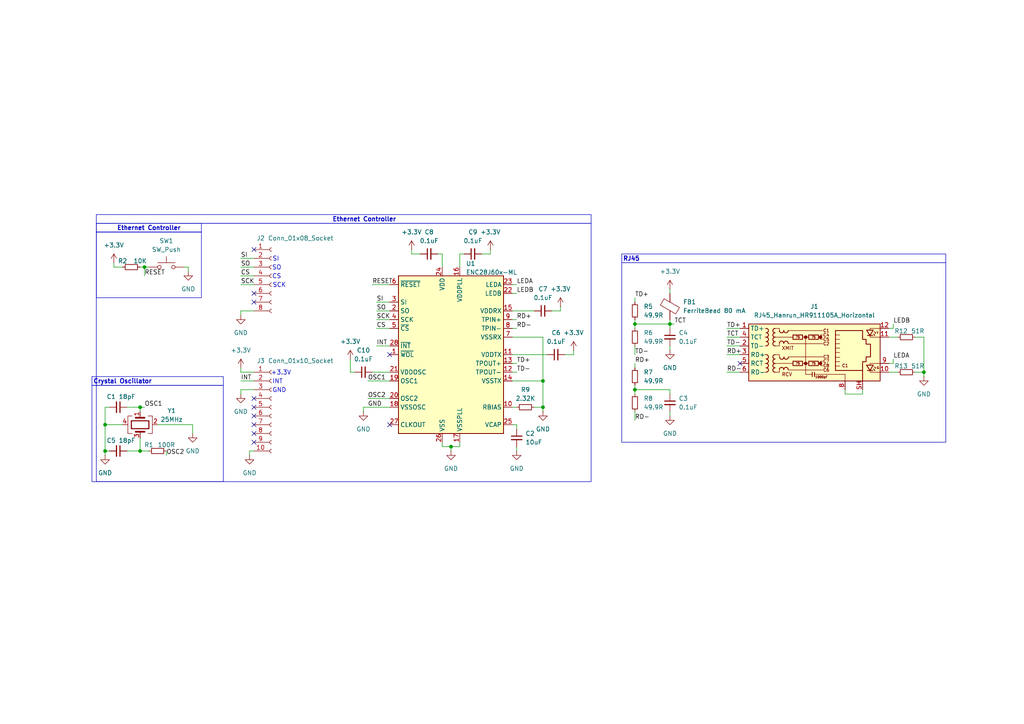
<source format=kicad_sch>
(kicad_sch (version 20231120) (generator "eeschema") (generator_version "8.0")
  (paper "A4")
  (title_block (title "FLIPPER ADDON ETHERNET V1.0") (date "2024-10-10") (company "Electronic Cats") (comment 1 "First Flipper Addon Ethernet prototyp3"))
  (lib_symbols
    (symbol "Connector:Conn_01x08_Socket" (pin_names (offset 1.016) hide)
      (property "Reference" "J" (at 0 10.16 0))
      (property "Value" "Conn_01x08_Socket" (at 0 -12.7 0))
      (symbol "Conn_01x08_Socket_1_1"
        (arc (start 0 -9.652) (mid -0.5058 -10.16) (end 0 -10.668) (stroke (width 0.1524)))
        (arc (start 0 -7.112) (mid -0.5058 -7.62) (end 0 -8.128) (stroke (width 0.1524)))
        (arc (start 0 -4.572) (mid -0.5058 -5.08) (end 0 -5.588) (stroke (width 0.1524)))
        (arc (start 0 -2.032) (mid -0.5058 -2.54) (end 0 -3.048) (stroke (width 0.1524)))
        (polyline (pts (xy -1.27 -10.16) (xy -0.508 -10.16)) (stroke (width 0.1524)))
        (polyline (pts (xy -1.27 -7.62) (xy -0.508 -7.62)) (stroke (width 0.1524)))
        (polyline (pts (xy -1.27 -5.08) (xy -0.508 -5.08)) (stroke (width 0.1524)))
        (polyline (pts (xy -1.27 -2.54) (xy -0.508 -2.54)) (stroke (width 0.1524)))
        (polyline (pts (xy -1.27 0) (xy -0.508 0)) (stroke (width 0.1524)))
        (polyline (pts (xy -1.27 2.54) (xy -0.508 2.54)) (stroke (width 0.1524)))
        (polyline (pts (xy -1.27 5.08) (xy -0.508 5.08)) (stroke (width 0.1524)))
        (polyline (pts (xy -1.27 7.62) (xy -0.508 7.62)) (stroke (width 0.1524)))
        (arc (start 0 0.508) (mid -0.5058 0) (end 0 -0.508) (stroke (width 0.1524)))
        (arc (start 0 3.048) (mid -0.5058 2.54) (end 0 2.032) (stroke (width 0.1524)))
        (arc (start 0 5.588) (mid -0.5058 5.08) (end 0 4.572) (stroke (width 0.1524)))
        (arc (start 0 8.128) (mid -0.5058 7.62) (end 0 7.112) (stroke (width 0.1524)))
        (pin passive line (at -5.08 7.62 0) (length 3.81) (name "Pin_1") (number "1"))
        (pin passive line (at -5.08 5.08 0) (length 3.81) (name "Pin_2") (number "2"))
        (pin passive line (at -5.08 2.54 0) (length 3.81) (name "Pin_3") (number "3"))
        (pin passive line (at -5.08 0 0) (length 3.81) (name "Pin_4") (number "4"))
        (pin passive line (at -5.08 -2.54 0) (length 3.81) (name "Pin_5") (number "5"))
        (pin passive line (at -5.08 -5.08 0) (length 3.81) (name "Pin_6") (number "6"))
        (pin passive line (at -5.08 -7.62 0) (length 3.81) (name "Pin_7") (number "7"))
        (pin passive line (at -5.08 -10.16 0) (length 3.81) (name "Pin_8") (number "8"))
      )
    )
    (symbol "Connector:Conn_01x10_Socket" (pin_names (offset 1.016) hide)
      (property "Reference" "J" (at 0 12.7 0))
      (property "Value" "Conn_01x10_Socket" (at 0 -15.24 0))
      (symbol "Conn_01x10_Socket_1_1"
        (arc (start 0 -12.192) (mid -0.5058 -12.7) (end 0 -13.208) (stroke (width 0.1524)))
        (arc (start 0 -9.652) (mid -0.5058 -10.16) (end 0 -10.668) (stroke (width 0.1524)))
        (arc (start 0 -7.112) (mid -0.5058 -7.62) (end 0 -8.128) (stroke (width 0.1524)))
        (arc (start 0 -4.572) (mid -0.5058 -5.08) (end 0 -5.588) (stroke (width 0.1524)))
        (arc (start 0 -2.032) (mid -0.5058 -2.54) (end 0 -3.048) (stroke (width 0.1524)))
        (polyline (pts (xy -1.27 -12.7) (xy -0.508 -12.7)) (stroke (width 0.1524)))
        (polyline (pts (xy -1.27 -10.16) (xy -0.508 -10.16)) (stroke (width 0.1524)))
        (polyline (pts (xy -1.27 -7.62) (xy -0.508 -7.62)) (stroke (width 0.1524)))
        (polyline (pts (xy -1.27 -5.08) (xy -0.508 -5.08)) (stroke (width 0.1524)))
        (polyline (pts (xy -1.27 -2.54) (xy -0.508 -2.54)) (stroke (width 0.1524)))
        (polyline (pts (xy -1.27 0) (xy -0.508 0)) (stroke (width 0.1524)))
        (polyline (pts (xy -1.27 2.54) (xy -0.508 2.54)) (stroke (width 0.1524)))
        (polyline (pts (xy -1.27 5.08) (xy -0.508 5.08)) (stroke (width 0.1524)))
        (polyline (pts (xy -1.27 7.62) (xy -0.508 7.62)) (stroke (width 0.1524)))
        (polyline (pts (xy -1.27 10.16) (xy -0.508 10.16)) (stroke (width 0.1524)))
        (arc (start 0 0.508) (mid -0.5058 0) (end 0 -0.508) (stroke (width 0.1524)))
        (arc (start 0 3.048) (mid -0.5058 2.54) (end 0 2.032) (stroke (width 0.1524)))
        (arc (start 0 5.588) (mid -0.5058 5.08) (end 0 4.572) (stroke (width 0.1524)))
        (arc (start 0 8.128) (mid -0.5058 7.62) (end 0 7.112) (stroke (width 0.1524)))
        (arc (start 0 10.668) (mid -0.5058 10.16) (end 0 9.652) (stroke (width 0.1524)))
        (pin passive line (at -5.08 10.16 0) (length 3.81) (name "Pin_1") (number "1"))
        (pin passive line (at -5.08 -12.7 0) (length 3.81) (name "Pin_10") (number "10"))
        (pin passive line (at -5.08 7.62 0) (length 3.81) (name "Pin_2") (number "2"))
        (pin passive line (at -5.08 5.08 0) (length 3.81) (name "Pin_3") (number "3"))
        (pin passive line (at -5.08 2.54 0) (length 3.81) (name "Pin_4") (number "4"))
        (pin passive line (at -5.08 0 0) (length 3.81) (name "Pin_5") (number "5"))
        (pin passive line (at -5.08 -2.54 0) (length 3.81) (name "Pin_6") (number "6"))
        (pin passive line (at -5.08 -5.08 0) (length 3.81) (name "Pin_7") (number "7"))
        (pin passive line (at -5.08 -7.62 0) (length 3.81) (name "Pin_8") (number "8"))
        (pin passive line (at -5.08 -10.16 0) (length 3.81) (name "Pin_9") (number "9"))
      )
    )
    (symbol "Connector:RJ45_Hanrun_HR911105A_Horizontal"
      (property "Reference" "J" (at 18.415 10.16 0))
      (property "Value" "RJ45_Hanrun_HR911105A_Horizontal" (at -19.05 10.16 0))
      (symbol "RJ45_Hanrun_HR911105A_Horizontal_0_0"
        (circle (center -1.27 -2.54) (radius 0.0001) (stroke (width 0.508)))
        (circle (center -1.27 5.08) (radius 0.0001) (stroke (width 0.508)))
        (polyline (pts (xy -1.27 5.08) (xy -1.27 -5.715)))
        (polyline (pts (xy 0.635 -5.08) (xy 0.635 -6.35)) (stroke (width 0.254)))
        (polyline (pts (xy 1.27 -5.08) (xy 1.27 -6.35)) (stroke (width 0.254)))
        (polyline (pts (xy 3.048 -2.54) (xy 2.54 -2.54)))
        (polyline (pts (xy 3.048 5.08) (xy 2.54 5.08)))
        (polyline (pts (xy 17.399 -3.048) (xy 17.399 -2.54) (xy 20.32 -2.54)))
        (polyline (pts (xy 17.399 7.112) (xy 17.399 7.62) (xy 20.32 7.62)))
        (polyline (pts (xy 20.32 -5.08) (xy 17.399 -5.08) (xy 17.399 -4.572)))
        (polyline (pts (xy 20.32 5.08) (xy 17.399 5.08) (xy 17.399 5.588)))
        (polyline (pts (xy 3.683 -1.905) (xy 3.048 -1.905) (xy 3.048 -3.175) (xy 3.683 -3.175)))
        (polyline (pts (xy 3.683 5.715) (xy 3.048 5.715) (xy 3.048 4.445) (xy 3.683 4.445)))
        (circle (center 3.048 -2.54) (radius 0.0001) (stroke (width 0.508)))
        (circle (center 3.048 5.08) (radius 0.0001) (stroke (width 0.508)))
        (text "C1" (at 4.699 6.985 0) (effects (font (size 0.889 0.889))))
        (text "C1" (at 10.16 -3.175 0) (effects (font (size 0.889 0.889))))
        (text "C2" (at 4.699 3.175 0) (effects (font (size 0.889 0.889))))
        (text "C3" (at 4.699 -0.635 0) (effects (font (size 0.889 0.889))))
        (text "C4" (at 4.699 5.715 0) (effects (font (size 0.889 0.889))))
        (text "C5" (at 4.699 4.445 0) (effects (font (size 0.889 0.889))))
        (text "C6" (at 4.699 -4.445 0) (effects (font (size 0.889 0.889))))
        (text "C7" (at 4.699 -1.905 0) (effects (font (size 0.889 0.889))))
        (text "C8" (at 4.699 -3.175 0) (effects (font (size 0.889 0.889))))
        (text "RCV" (at -8.255 -5.715 0) (effects (font (size 1.016 1.016)) (justify left)))
        (text "XMIT" (at -8.255 1.905 0) (effects (font (size 1.016 1.016)) (justify left)))
      )
      (symbol "RJ45_Hanrun_HR911105A_Horizontal_0_1"
        (rectangle (start -17.78 8.89) (end 20.32 -7.62) (stroke (width 0.254)) (fill (type background)))
        (polyline (pts (xy -12.7 -5.08) (xy -13.081 -5.08)))
        (polyline (pts (xy -12.7 -2.54) (xy -13.081 -2.54)))
        (polyline (pts (xy -12.7 0) (xy -13.081 0)))
        (polyline (pts (xy -12.7 2.54) (xy -13.081 2.54)))
        (polyline (pts (xy -12.7 5.08) (xy -13.081 5.08)))
        (polyline (pts (xy -12.7 7.62) (xy -13.081 7.62)))
        (polyline (pts (xy -6.35 -4.445) (xy 3.683 -4.445)))
        (polyline (pts (xy -6.35 3.175) (xy 3.683 3.175)))
        (polyline (pts (xy -6.35 6.985) (xy 3.683 6.985)))
        (polyline (pts (xy -6.223 -0.635) (xy 3.683 -0.635)))
        (polyline (pts (xy -5.08 -2.54) (xy -10.16 -2.54)))
        (polyline (pts (xy -4.953 5.08) (xy -10.16 5.08)))
        (polyline (pts (xy -2.159 -2.54) (xy -0.381 -2.54)))
        (polyline (pts (xy -2.159 5.08) (xy -0.381 5.08)))
        (polyline (pts (xy 0.635 -5.715) (xy -1.27 -5.715)))
        (polyline (pts (xy 7.366 -2.032) (xy 8.636 -2.032)))
        (polyline (pts (xy 7.366 -0.762) (xy 8.636 -0.762)))
        (polyline (pts (xy 7.366 0.635) (xy 8.636 0.635)))
        (polyline (pts (xy 7.366 1.905) (xy 8.636 1.905)))
        (polyline (pts (xy 7.366 3.175) (xy 8.636 3.175)))
        (polyline (pts (xy 8.636 -3.302) (xy 7.366 -3.302)))
        (polyline (pts (xy 8.636 4.445) (xy 7.366 4.445)))
        (polyline (pts (xy 8.636 5.715) (xy 7.366 5.715)))
        (polyline (pts (xy 10.16 -5.715) (xy 1.27 -5.715)))
        (polyline (pts (xy 10.16 -5.715) (xy 10.16 -7.62)))
        (polyline (pts (xy -10.16 0) (xy -8.89 0) (xy -8.89 -0.635)))
        (polyline (pts (xy -10.16 7.62) (xy -8.89 7.62) (xy -8.89 6.985)))
        (polyline (pts (xy -8.89 -4.445) (xy -8.89 -5.08) (xy -10.16 -5.08)))
        (polyline (pts (xy -8.89 3.175) (xy -8.89 2.54) (xy -10.16 2.54)))
      )
      (symbol "RJ45_Hanrun_HR911105A_Horizontal_1_0"
        (text "1000pF" (at 3.302 -6.477 0) (effects (font (size 0.635 0.635))))
      )
      (symbol "RJ45_Hanrun_HR911105A_Horizontal_1_1"
        (arc (start -12.7 -1.27) (mid -12.0677 -0.635) (end -12.7 0) (stroke (width 0.254)))
        (arc (start -12.6973 -5.08) (mid -12.065 -4.445) (end -12.6973 -3.81) (stroke (width 0.254)))
        (arc (start -12.6973 -3.81) (mid -12.065 -3.175) (end -12.6973 -2.54) (stroke (width 0.254)))
        (arc (start -12.6973 -2.54) (mid -12.065 -1.905) (end -12.6973 -1.27) (stroke (width 0.254)))
        (arc (start -12.6973 6.35) (mid -12.065 6.985) (end -12.6973 7.62) (stroke (width 0.254)))
        (arc (start -12.6946 2.54) (mid -12.0623 3.175) (end -12.6946 3.81) (stroke (width 0.254)))
        (arc (start -12.6946 3.81) (mid -12.0623 4.445) (end -12.6946 5.08) (stroke (width 0.254)))
        (arc (start -12.6946 5.08) (mid -12.0623 5.715) (end -12.6946 6.35) (stroke (width 0.254)))
        (arc (start -10.1654 -2.54) (mid -10.7977 -3.175) (end -10.1654 -3.81) (stroke (width 0.254)))
        (arc (start -10.1654 -1.27) (mid -10.7977 -1.905) (end -10.1654 -2.54) (stroke (width 0.254)))
        (arc (start -10.1654 0) (mid -10.7977 -0.635) (end -10.1654 -1.27) (stroke (width 0.254)))
        (arc (start -10.1654 5.08) (mid -10.7977 4.445) (end -10.1654 3.81) (stroke (width 0.254)))
        (arc (start -10.1654 6.35) (mid -10.7977 5.715) (end -10.1654 5.08) (stroke (width 0.254)))
        (arc (start -10.1654 7.62) (mid -10.7977 6.985) (end -10.1654 6.35) (stroke (width 0.254)))
        (arc (start -10.1627 -3.81) (mid -10.795 -4.445) (end -10.1627 -5.08) (stroke (width 0.254)))
        (arc (start -10.1627 3.81) (mid -10.795 3.175) (end -10.1627 2.54) (stroke (width 0.254)))
        (arc (start -8.89 6.9823) (mid -8.255 6.35) (end -7.62 6.9823) (stroke (width 0.254)))
        (arc (start -8.8265 -0.7012) (mid -8.1915 -1.3335) (end -7.5565 -0.7012) (stroke (width 0.254)))
        (arc (start -7.62 -4.3153) (mid -8.255 -3.683) (end -8.89 -4.3153) (stroke (width 0.254)))
        (arc (start -7.62 3.3047) (mid -8.255 3.937) (end -8.89 3.3047) (stroke (width 0.254)))
        (arc (start -7.62 6.985) (mid -6.985 6.3527) (end -6.35 6.985) (stroke (width 0.254)))
        (arc (start -7.5565 -0.6985) (mid -6.9215 -1.3308) (end -6.2865 -0.6985) (stroke (width 0.254)))
        (arc (start -6.35 -4.3126) (mid -6.985 -3.6803) (end -7.62 -4.3126) (stroke (width 0.254)))
        (arc (start -6.35 3.3074) (mid -6.985 3.9397) (end -7.62 3.3074) (stroke (width 0.254)))
        (rectangle (start -4.953 -1.905) (end -2.159 -3.175) (stroke (width 0.254)))
        (rectangle (start -4.953 5.715) (end -2.159 4.445) (stroke (width 0.254)))
        (rectangle (start -0.381 -1.905) (end 2.413 -3.175) (stroke (width 0.254)))
        (rectangle (start -0.381 5.715) (end 2.413 4.445) (stroke (width 0.254)))
        (polyline (pts (xy 15.24 -7.62) (xy 15.24 -4.572)) (stroke (width 0.254)))
        (polyline (pts (xy 18.161 -4.572) (xy 16.637 -4.572)) (stroke (width 0.254)))
        (polyline (pts (xy 18.161 5.588) (xy 16.637 5.588)) (stroke (width 0.254)))
        (polyline (pts (xy 18.796 -4.572) (xy 18.796 -4.318)))
        (polyline (pts (xy 18.796 5.588) (xy 18.796 5.842)))
        (polyline (pts (xy 19.05 -3.937) (xy 19.05 -3.683)))
        (polyline (pts (xy 19.05 6.223) (xy 19.05 6.477)))
        (polyline (pts (xy 18.288 -4.064) (xy 18.796 -4.572) (xy 18.542 -4.572)))
        (polyline (pts (xy 18.288 6.096) (xy 18.796 5.588) (xy 18.542 5.588)))
        (polyline (pts (xy 18.542 -3.429) (xy 19.05 -3.937) (xy 18.796 -3.937)))
        (polyline (pts (xy 18.542 6.731) (xy 19.05 6.223) (xy 18.796 6.223)))
        (polyline (pts (xy 18.288 -3.048) (xy 16.383 -3.048) (xy 17.399 -4.572) (xy 18.288 -3.048)) (stroke (width 0.254)))
        (polyline (pts (xy 18.288 7.112) (xy 16.383 7.112) (xy 17.399 5.588) (xy 18.288 7.112)) (stroke (width 0.254)))
        (polyline (pts (xy 7.366 -4.572) (xy 7.366 6.985) (xy 15.24 6.985) (xy 15.24 4.445) (xy 16.256 4.445) (xy 16.256 3.048) (xy 17.526 3.048) (xy 17.526 -0.635) (xy 16.256 -0.635) (xy 16.256 -2.032) (xy 15.24 -2.032) (xy 15.24 -4.572) (xy 7.366 -4.572)) (stroke (width 0.254)))
        (text "75" (at -3.556 -2.54 0) (effects (font (size 0.635 0.635))))
        (text "75" (at -3.556 5.08 0) (effects (font (size 0.635 0.635))))
        (text "75" (at 1.016 -2.54 0) (effects (font (size 0.635 0.635))))
        (text "75" (at 1.016 5.08 0) (effects (font (size 0.635 0.635))))
        (text "G" (at 19.685 -3.81 0) (effects (font (size 0.635 0.635))))
        (text "Y" (at 19.558 6.35 0) (effects (font (size 0.635 0.635))))
        (pin passive line (at -20.32 7.62 0) (length 2.54) (name "TD+") (number "1"))
        (pin passive line (at 22.86 -5.08 180) (length 2.54) (name "") (number "10"))
        (pin passive line (at 22.86 5.08 180) (length 2.54) (name "") (number "11"))
        (pin passive line (at 22.86 7.62 180) (length 2.54) (name "") (number "12"))
        (pin passive line (at -20.32 2.54 0) (length 2.54) (name "TD-") (number "2"))
        (pin passive line (at -20.32 0 0) (length 2.54) (name "RD+") (number "3"))
        (pin passive line (at -20.32 5.08 0) (length 2.54) (name "TCT") (number "4"))
        (pin passive line (at -20.32 -2.54 0) (length 2.54) (name "RCT") (number "5"))
        (pin passive line (at -20.32 -5.08 0) (length 2.54) (name "RD-") (number "6"))
        (pin no_connect line (at 20.32 0 0) (length 0) hide (name "NC") (number "7"))
        (pin power_in line (at 10.16 -10.16 90) (length 2.54) (name "") (number "8"))
        (pin passive line (at 22.86 -2.54 180) (length 2.54) (name "") (number "9"))
        (pin passive line (at 15.24 -10.16 90) (length 2.54) (name "") (number "SH"))
      )
    )
    (symbol "Device:C_Small" (pin_numbers hide) (pin_names (offset 0.254) hide)
      (property "Reference" "C" (at 0.254 1.778 0))
      (property "Value" "C_Small" (at 0.254 -2.032 0))
      (symbol "C_Small_0_1"
        (polyline (pts (xy -1.524 -0.508) (xy 1.524 -0.508)) (stroke (width 0.3302)))
        (polyline (pts (xy -1.524 0.508) (xy 1.524 0.508)) (stroke (width 0.3048)))
      )
      (symbol "C_Small_1_1"
        (pin passive line (at 0 2.54 270) (length 2.032) (name "~") (number "1"))
        (pin passive line (at 0 -2.54 90) (length 2.032) (name "~") (number "2"))
      )
    )
    (symbol "Device:Crystal_GND24" (pin_names (offset 1.016) hide)
      (property "Reference" "Y" (at 3.175 5.08 0))
      (property "Value" "Crystal_GND24" (at 3.175 3.175 0))
      (symbol "Crystal_GND24_0_1"
        (rectangle (start -1.143 2.54) (end 1.143 -2.54) (stroke (width 0.3048)))
        (polyline (pts (xy -2.54 0) (xy -2.032 0)))
        (polyline (pts (xy -2.032 -1.27) (xy -2.032 1.27)) (stroke (width 0.508)))
        (polyline (pts (xy 0 -3.81) (xy 0 -3.556)))
        (polyline (pts (xy 0 3.556) (xy 0 3.81)))
        (polyline (pts (xy 2.032 -1.27) (xy 2.032 1.27)) (stroke (width 0.508)))
        (polyline (pts (xy 2.032 0) (xy 2.54 0)))
        (polyline (pts (xy -2.54 -2.286) (xy -2.54 -3.556) (xy 2.54 -3.556) (xy 2.54 -2.286)))
        (polyline (pts (xy -2.54 2.286) (xy -2.54 3.556) (xy 2.54 3.556) (xy 2.54 2.286)))
      )
      (symbol "Crystal_GND24_1_1"
        (pin passive line (at -3.81 0 0) (length 1.27) (name "1") (number "1"))
        (pin passive line (at 0 5.08 270) (length 1.27) (name "2") (number "2"))
        (pin passive line (at 3.81 0 180) (length 1.27) (name "3") (number "3"))
        (pin passive line (at 0 -5.08 90) (length 1.27) (name "4") (number "4"))
      )
    )
    (symbol "Device:FerriteBead" (pin_numbers hide) (pin_names (offset 0))
      (property "Reference" "FB" (at -3.81 0.635 90))
      (property "Value" "FerriteBead" (at 3.81 0 90))
      (symbol "FerriteBead_0_1"
        (polyline (pts (xy 0 -1.27) (xy 0 -1.2192)))
        (polyline (pts (xy 0 1.27) (xy 0 1.2954)))
        (polyline (pts (xy -2.7686 0.4064) (xy -1.7018 2.2606) (xy 2.7686 -0.3048) (xy 1.6764 -2.159) (xy -2.7686 0.4064)))
      )
      (symbol "FerriteBead_1_1"
        (pin passive line (at 0 3.81 270) (length 2.54) (name "~") (number "1"))
        (pin passive line (at 0 -3.81 90) (length 2.54) (name "~") (number "2"))
      )
    )
    (symbol "Device:R_Small" (pin_numbers hide) (pin_names (offset 0.254) hide)
      (property "Reference" "R" (at 0.762 0.508 0))
      (property "Value" "R_Small" (at 0.762 -1.016 0))
      (symbol "R_Small_0_1"
        (rectangle (start -0.762 1.778) (end 0.762 -1.778) (stroke (width 0.2032)))
      )
      (symbol "R_Small_1_1"
        (pin passive line (at 0 2.54 270) (length 0.762) (name "~") (number "1"))
        (pin passive line (at 0 -2.54 90) (length 0.762) (name "~") (number "2"))
      )
    )
    (symbol "Interface_Ethernet:ENC28J60x-ML"
      (property "Reference" "U" (at -13.97 24.13 0))
      (property "Value" "ENC28J60x-ML" (at 5.08 24.13 0))
      (symbol "ENC28J60x-ML_0_1"
        (rectangle (start -15.24 22.86) (end 15.24 -22.86) (stroke (width 0.254)) (fill (type background)))
      )
      (symbol "ENC28J60x-ML_1_1"
        (pin output line (at -17.78 0 0) (length 2.54) (name "~{WOL}") (number "1"))
        (pin input line (at 17.78 -15.24 180) (length 2.54) (name "RBIAS") (number "10"))
        (pin power_in line (at 17.78 0 180) (length 2.54) (name "VDDTX") (number "11"))
        (pin output line (at 17.78 -5.08 180) (length 2.54) (name "TPOUT-") (number "12"))
        (pin output line (at 17.78 -2.54 180) (length 2.54) (name "TPOUT+") (number "13"))
        (pin power_out line (at 17.78 -7.62 180) (length 2.54) (name "VSSTX") (number "14"))
        (pin power_in line (at 17.78 12.7 180) (length 2.54) (name "VDDRX") (number "15"))
        (pin power_in line (at 2.54 25.4 270) (length 2.54) (name "VDDPLL") (number "16"))
        (pin power_in line (at 2.54 -25.4 90) (length 2.54) (name "VSSPLL") (number "17"))
        (pin power_in line (at -17.78 -15.24 0) (length 2.54) (name "VSSOSC") (number "18"))
        (pin input line (at -17.78 -7.62 0) (length 2.54) (name "OSC1") (number "19"))
        (pin output line (at -17.78 12.7 0) (length 2.54) (name "SO") (number "2"))
        (pin output line (at -17.78 -12.7 0) (length 2.54) (name "OSC2") (number "20"))
        (pin power_in line (at -17.78 -5.08 0) (length 2.54) (name "VDDOSC") (number "21"))
        (pin output line (at 17.78 17.78 180) (length 2.54) (name "LEDB") (number "22"))
        (pin output line (at 17.78 20.32 180) (length 2.54) (name "LEDA") (number "23"))
        (pin power_in line (at -2.54 25.4 270) (length 2.54) (name "VDD") (number "24"))
        (pin input line (at 17.78 -20.32 180) (length 2.54) (name "VCAP") (number "25"))
        (pin power_in line (at -2.54 -25.4 90) (length 2.54) (name "VSS") (number "26"))
        (pin output line (at -17.78 -20.32 0) (length 2.54) (name "CLKOUT") (number "27"))
        (pin output line (at -17.78 2.54 0) (length 2.54) (name "~{INT}") (number "28"))
        (pin input line (at -17.78 15.24 0) (length 2.54) (name "SI") (number "3"))
        (pin input line (at -17.78 10.16 0) (length 2.54) (name "SCK") (number "4"))
        (pin input line (at -17.78 7.62 0) (length 2.54) (name "~{CS}") (number "5"))
        (pin input line (at -17.78 20.32 0) (length 2.54) (name "~{RESET}") (number "6"))
        (pin power_out line (at 17.78 5.08 180) (length 2.54) (name "VSSRX") (number "7"))
        (pin input line (at 17.78 7.62 180) (length 2.54) (name "TPIN-") (number "8"))
        (pin input line (at 17.78 10.16 180) (length 2.54) (name "TPIN+") (number "9"))
      )
    )
    (symbol "Switch:SW_Push" (pin_numbers hide) (pin_names (offset 1.016) hide)
      (property "Reference" "SW" (at 1.27 2.54 0))
      (property "Value" "SW_Push" (at 0 -1.524 0))
      (symbol "SW_Push_0_1"
        (circle (center -2.032 0) (radius 0.508))
        (polyline (pts (xy 0 1.27) (xy 0 3.048)))
        (polyline (pts (xy 2.54 1.27) (xy -2.54 1.27)))
        (circle (center 2.032 0) (radius 0.508))
        (pin passive line (at -5.08 0 0) (length 2.54) (name "1") (number "1"))
        (pin passive line (at 5.08 0 180) (length 2.54) (name "2") (number "2"))
      )
    )
    (symbol "power:+3.3V" (power) (pin_numbers hide) (pin_names (offset 0) hide)
      (property "Value" "+3.3V" (at 0 3.556 0))
      (symbol "+3.3V_0_1"
        (polyline (pts (xy -0.762 1.27) (xy 0 2.54)))
        (polyline (pts (xy 0 0) (xy 0 2.54)))
        (polyline (pts (xy 0 2.54) (xy 0.762 1.27)))
      )
      (symbol "+3.3V_1_1"
        (pin power_in line (at 0 0 90) (length 0) (name "~") (number "1"))
      )
    )
    (symbol "power:GND" (power) (pin_numbers hide) (pin_names (offset 0) hide)
      (property "Value" "GND" (at 0 -3.81 0))
      (symbol "GND_0_1"
        (polyline (pts (xy 0 0) (xy 0 -1.27) (xy 1.27 -1.27) (xy 0 -2.54) (xy -1.27 -1.27) (xy 0 -1.27)))
      )
      (symbol "GND_1_1"
        (pin power_in line (at 0 0 270) (length 0) (name "~") (number "1"))
      )
    )
  )
  (junction (at 130.81 129.54))
  (junction (at 184.15 113.03))
  (junction (at 41.91 77.47))
  (junction (at 267.97 107.95))
  (junction (at 40.64 118.11))
  (junction (at 157.48 118.11))
  (junction (at 30.48 130.81))
  (junction (at 184.15 93.98))
  (junction (at 194.31 93.98))
  (junction (at 40.64 130.81))
  (junction (at 30.48 123.19))
  (junction (at 157.48 110.49))
  (no_connect (at 73.66 125.73))
  (no_connect (at 73.66 87.63))
  (no_connect (at 113.03 102.87))
  (no_connect (at 113.03 123.19))
  (no_connect (at 214.63 105.41))
  (no_connect (at 73.66 123.19))
  (no_connect (at 73.66 115.57))
  (no_connect (at 73.66 85.09))
  (no_connect (at 73.66 120.65))
  (no_connect (at 73.66 118.11))
  (no_connect (at 73.66 72.39))
  (no_connect (at 73.66 128.27))
  (wire (pts (xy 69.85 107.95) (xy 73.66 107.95)))
  (wire (pts (xy 148.59 97.79) (xy 157.48 97.79)))
  (wire (pts (xy 107.95 82.55) (xy 113.03 82.55)))
  (wire (pts (xy 210.82 100.33) (xy 214.63 100.33)))
  (wire (pts (xy 194.31 92.71) (xy 194.31 93.98)))
  (wire (pts (xy 194.31 114.3) (xy 194.31 113.03)))
  (wire (pts (xy 127 73.66) (xy 128.27 73.66)))
  (wire (pts (xy 163.83 102.87) (xy 166.37 102.87)))
  (wire (pts (xy 54.61 77.47) (xy 54.61 78.74)))
  (wire (pts (xy 41.91 77.47) (xy 43.18 77.47)))
  (wire (pts (xy 257.81 107.95) (xy 260.35 107.95)))
  (wire (pts (xy 33.02 77.47) (xy 33.02 76.2)))
  (wire (pts (xy 43.18 130.81) (xy 40.64 130.81)))
  (wire (pts (xy 184.15 92.71) (xy 184.15 93.98)))
  (wire (pts (xy 257.81 97.79) (xy 260.35 97.79)))
  (wire (pts (xy 69.85 113.03) (xy 69.85 114.3)))
  (wire (pts (xy 69.85 80.01) (xy 73.66 80.01)))
  (wire (pts (xy 184.15 119.38) (xy 184.15 121.92)))
  (wire (pts (xy 69.85 77.47) (xy 73.66 77.47)))
  (wire (pts (xy 142.24 72.39) (xy 142.24 73.66)))
  (wire (pts (xy 184.15 87.63) (xy 184.15 86.36)))
  (wire (pts (xy 148.59 90.17) (xy 154.94 90.17)))
  (wire (pts (xy 128.27 73.66) (xy 128.27 77.47)))
  (wire (pts (xy 133.35 73.66) (xy 133.35 77.47)))
  (wire (pts (xy 73.66 130.81) (xy 72.39 130.81)))
  (wire (pts (xy 101.6 104.14) (xy 101.6 107.95)))
  (wire (pts (xy 194.31 119.38) (xy 194.31 120.65)))
  (wire (pts (xy 194.31 95.25) (xy 194.31 93.98)))
  (wire (pts (xy 157.48 110.49) (xy 157.48 118.11)))
  (wire (pts (xy 154.94 118.11) (xy 157.48 118.11)))
  (wire (pts (xy 31.75 130.81) (xy 30.48 130.81)))
  (wire (pts (xy 69.85 74.93) (xy 73.66 74.93)))
  (wire (pts (xy 194.31 100.33) (xy 194.31 101.6)))
  (wire (pts (xy 245.11 114.3) (xy 250.19 114.3)))
  (wire (pts (xy 30.48 118.11) (xy 30.48 123.19)))
  (wire (pts (xy 148.59 85.09) (xy 149.86 85.09)))
  (wire (pts (xy 133.35 129.54) (xy 130.81 129.54)))
  (wire (pts (xy 40.64 118.11) (xy 41.91 118.11)))
  (wire (pts (xy 48.26 130.81) (xy 48.26 132.08)))
  (wire (pts (xy 40.64 118.11) (xy 36.83 118.11)))
  (wire (pts (xy 148.59 92.71) (xy 149.86 92.71)))
  (wire (pts (xy 105.41 118.11) (xy 113.03 118.11)))
  (wire (pts (xy 107.95 107.95) (xy 113.03 107.95)))
  (wire (pts (xy 106.68 110.49) (xy 113.03 110.49)))
  (wire (pts (xy 250.19 114.3) (xy 250.19 113.03)))
  (wire (pts (xy 53.34 77.47) (xy 54.61 77.47)))
  (wire (pts (xy 259.08 104.14) (xy 259.08 105.41)))
  (wire (pts (xy 194.31 93.98) (xy 195.58 93.98)))
  (wire (pts (xy 162.56 90.17) (xy 162.56 88.9)))
  (wire (pts (xy 184.15 93.98) (xy 194.31 93.98)))
  (wire (pts (xy 245.11 113.03) (xy 245.11 114.3)))
  (wire (pts (xy 149.86 123.19) (xy 149.86 124.46)))
  (wire (pts (xy 184.15 113.03) (xy 184.15 114.3)))
  (wire (pts (xy 119.38 72.39) (xy 119.38 73.66)))
  (wire (pts (xy 265.43 97.79) (xy 267.97 97.79)))
  (wire (pts (xy 109.22 92.71) (xy 113.03 92.71)))
  (wire (pts (xy 69.85 90.17) (xy 73.66 90.17)))
  (wire (pts (xy 148.59 102.87) (xy 158.75 102.87)))
  (wire (pts (xy 148.59 105.41) (xy 149.86 105.41)))
  (wire (pts (xy 119.38 73.66) (xy 121.92 73.66)))
  (wire (pts (xy 210.82 107.95) (xy 214.63 107.95)))
  (wire (pts (xy 41.91 80.01) (xy 41.91 77.47)))
  (wire (pts (xy 109.22 87.63) (xy 113.03 87.63)))
  (wire (pts (xy 148.59 118.11) (xy 149.86 118.11)))
  (wire (pts (xy 142.24 73.66) (xy 139.7 73.66)))
  (wire (pts (xy 210.82 102.87) (xy 214.63 102.87)))
  (wire (pts (xy 148.59 95.25) (xy 149.86 95.25)))
  (wire (pts (xy 40.64 119.38) (xy 40.64 118.11)))
  (wire (pts (xy 160.02 90.17) (xy 162.56 90.17)))
  (wire (pts (xy 73.66 113.03) (xy 69.85 113.03)))
  (wire (pts (xy 259.08 93.98) (xy 259.08 95.25)))
  (wire (pts (xy 109.22 95.25) (xy 113.03 95.25)))
  (wire (pts (xy 109.22 100.33) (xy 113.03 100.33)))
  (wire (pts (xy 130.81 129.54) (xy 130.81 130.81)))
  (wire (pts (xy 166.37 102.87) (xy 166.37 101.6)))
  (wire (pts (xy 184.15 106.68) (xy 184.15 105.41)))
  (wire (pts (xy 35.56 77.47) (xy 33.02 77.47)))
  (wire (pts (xy 40.64 77.47) (xy 41.91 77.47)))
  (wire (pts (xy 157.48 97.79) (xy 157.48 110.49)))
  (wire (pts (xy 69.85 110.49) (xy 73.66 110.49)))
  (wire (pts (xy 210.82 97.79) (xy 214.63 97.79)))
  (wire (pts (xy 30.48 123.19) (xy 35.56 123.19)))
  (wire (pts (xy 148.59 82.55) (xy 149.86 82.55)))
  (wire (pts (xy 259.08 105.41) (xy 257.81 105.41)))
  (wire (pts (xy 210.82 95.25) (xy 214.63 95.25)))
  (wire (pts (xy 267.97 107.95) (xy 267.97 109.22)))
  (wire (pts (xy 149.86 129.54) (xy 149.86 130.81)))
  (wire (pts (xy 184.15 111.76) (xy 184.15 113.03)))
  (wire (pts (xy 148.59 123.19) (xy 149.86 123.19)))
  (wire (pts (xy 184.15 93.98) (xy 184.15 95.25)))
  (wire (pts (xy 45.72 123.19) (xy 55.88 123.19)))
  (wire (pts (xy 267.97 97.79) (xy 267.97 107.95)))
  (wire (pts (xy 157.48 118.11) (xy 157.48 119.38)))
  (wire (pts (xy 128.27 129.54) (xy 130.81 129.54)))
  (wire (pts (xy 105.41 119.38) (xy 105.41 118.11)))
  (wire (pts (xy 40.64 130.81) (xy 40.64 127)))
  (wire (pts (xy 265.43 107.95) (xy 267.97 107.95)))
  (wire (pts (xy 106.68 115.57) (xy 113.03 115.57)))
  (wire (pts (xy 128.27 128.27) (xy 128.27 129.54)))
  (wire (pts (xy 109.22 90.17) (xy 113.03 90.17)))
  (wire (pts (xy 72.39 130.81) (xy 72.39 132.08)))
  (wire (pts (xy 257.81 95.25) (xy 259.08 95.25)))
  (wire (pts (xy 194.31 113.03) (xy 184.15 113.03)))
  (wire (pts (xy 148.59 107.95) (xy 149.86 107.95)))
  (wire (pts (xy 148.59 110.49) (xy 157.48 110.49)))
  (wire (pts (xy 55.88 123.19) (xy 55.88 125.73)))
  (wire (pts (xy 30.48 123.19) (xy 30.48 130.81)))
  (wire (pts (xy 134.62 73.66) (xy 133.35 73.66)))
  (wire (pts (xy 69.85 106.68) (xy 69.85 107.95)))
  (wire (pts (xy 30.48 130.81) (xy 30.48 132.08)))
  (wire (pts (xy 69.85 91.44) (xy 69.85 90.17)))
  (wire (pts (xy 194.31 83.82) (xy 194.31 85.09)))
  (wire (pts (xy 69.85 82.55) (xy 73.66 82.55)))
  (wire (pts (xy 184.15 100.33) (xy 184.15 102.87)))
  (wire (pts (xy 31.75 118.11) (xy 30.48 118.11)))
  (wire (pts (xy 101.6 107.95) (xy 102.87 107.95)))
  (wire (pts (xy 36.83 130.81) (xy 40.64 130.81)))
  (wire (pts (xy 133.35 128.27) (xy 133.35 129.54)))
  (rectangle (start 27.94 64.77) (end 171.45 139.7))
  (rectangle (start 27.94 67.31) (end 58.42 86.36))
  (rectangle (start 27.94 64.77) (end 58.42 67.31))
  (rectangle (start 26.67 109.22) (end 64.77 111.76))
  (rectangle (start 180.34 76.2) (end 274.32 128.27))
  (rectangle (start 27.94 62.23) (end 171.45 64.77))
  (rectangle (start 180.34 73.66) (end 274.32 76.2))
  (rectangle (start 26.67 111.76) (end 64.77 139.7))
  (text "Ethernet Controller" (at 105.664 63.754 0) (effects (font (size 1.27 1.27) (thickness 0.254) (bold yes))))
  (text "Crystal Oscillator" (at 35.56 110.744 0) (effects (font (size 1.27 1.27) (thickness 0.254) (bold yes))))
  (text "CS" (at 80.264 80.264 0) (effects (font (size 1.27 1.27))))
  (text "RJ45" (at 183.134 75.184 0) (effects (font (size 1.27 1.27) (thickness 0.254) (bold yes))))
  (text "INT" (at 80.518 110.744 0) (effects (font (size 1.27 1.27))))
  (text "SCK" (at 81.026 82.804 0) (effects (font (size 1.27 1.27))))
  (text "SO" (at 80.264 77.724 0) (effects (font (size 1.27 1.27))))
  (text "GND" (at 81.026 113.284 0) (effects (font (size 1.27 1.27))))
  (text "+3.3V" (at 81.534 108.204 0) (effects (font (size 1.27 1.27))))
  (text "Ethernet Controller" (at 43.18 66.294 0) (effects (font (size 1.27 1.27) (thickness 0.254) (bold yes))))
  (text "SI" (at 80.01 75.184 0) (effects (font (size 1.27 1.27))))
  (label "RD-" (at 184.15 121.92 0))
  (label "OSC1" (at 106.68 110.49 0))
  (label "SI" (at 69.85 74.93 0))
  (label "GND" (at 106.68 118.11 0))
  (label "SCK" (at 69.85 82.55 0))
  (label "INT" (at 109.22 100.33 0))
  (label "CS" (at 69.85 80.01 0))
  (label "CS" (at 109.22 95.25 0))
  (label "SO" (at 69.85 77.47 0))
  (label "LEDB" (at 149.86 85.09 0))
  (label "TD+" (at 210.82 95.25 0))
  (label "TD+" (at 184.15 86.36 0))
  (label "RD+" (at 149.86 92.71 0))
  (label "OSC2" (at 106.68 115.57 0))
  (label "TCT" (at 210.82 97.79 0))
  (label "TD+" (at 149.86 105.41 0))
  (label "LEDA" (at 149.86 82.55 0))
  (label "RD+" (at 210.82 102.87 0))
  (label "RESET" (at 41.91 80.01 0))
  (label "RD-" (at 149.86 95.25 0))
  (label "OSC1" (at 41.91 118.11 0))
  (label "RD-" (at 210.82 107.95 0))
  (label "OSC2" (at 48.26 132.08 0))
  (label "TD-" (at 149.86 107.95 0))
  (label "INT" (at 69.85 110.49 0))
  (label "TD-" (at 210.82 100.33 0))
  (label "RD+" (at 184.15 105.41 0))
  (label "LEDA" (at 259.08 104.14 0))
  (label "RESET" (at 107.95 82.55 0))
  (label "LEDB" (at 259.08 93.98 0))
  (label "SCK" (at 109.22 92.71 0))
  (label "SI" (at 109.22 87.63 0))
  (label "SO" (at 109.22 90.17 0))
  (label "TD-" (at 184.15 102.87 0))
  (label "TCT" (at 195.58 93.98 0))
  (symbol (lib_id "Device:R_Small") (at 184.15 109.22 0) (unit 1)
    (property "Reference" "R7" (at 186.69 107.9499 0) (effects (justify left)))
    (property "Value" "49.9R" (at 186.69 110.4899 0) (effects (justify left)))
    (property "Footprint" "Resistor_SMD:R_0603_1608Metric" (effects (hide yes)))
    (property "Description" "Resistor, small symbol" (effects (hide yes)))
    (property "#LSCS" "C23185" (effects (hide yes)))
    (property "Proveedor" "LCSC" (effects (hide yes)))
    (property "manf#" "0603WAF499JT5E" (effects (hide yes)))
  )
  (symbol (lib_id "Device:R_Small") (at 38.1 77.47 90) (unit 1)
    (property "Reference" "R2" (at 35.56 75.692 90))
    (property "Value" "10K" (at 40.64 75.692 90))
    (property "Footprint" "Resistor_SMD:R_0603_1608Metric" (effects (hide yes)))
    (property "Description" "Resistor, small symbol" (effects (hide yes)))
    (property "#LSCS" "C2930027" (effects (hide yes)))
    (property "Proveedor" "LCSC" (effects (hide yes)))
    (property "manf#" "FRC0603J103TS" (effects (hide yes)))
  )
  (symbol (lib_id "power:GND") (at 105.41 119.38 0) (unit 1)
    (property "Reference" "#PWR017" (effects (hide yes)))
    (property "Value" "GND" (at 105.41 124.46 0))
    (property "Description" "Power symbol creates a global label with name \"GND\" , ground" (effects (hide yes)))
  )
  (symbol (lib_id "power:GND") (at 54.61 78.74 0) (unit 1)
    (property "Reference" "#PWR021" (effects (hide yes)))
    (property "Value" "GND" (at 54.61 83.82 0))
    (property "Description" "Power symbol creates a global label with name \"GND\" , ground" (effects (hide yes)))
  )
  (symbol (lib_id "Device:C_Small") (at 194.31 116.84 0) (unit 1)
    (property "Reference" "C3" (at 196.85 115.5762 0) (effects (justify left)))
    (property "Value" "0.1uF" (at 196.85 118.1162 0) (effects (justify left)))
    (property "Footprint" "Capacitor_SMD:C_0603_1608Metric" (effects (hide yes)))
    (property "Description" "Unpolarized capacitor, small symbol" (effects (hide yes)))
    (property "#LSCS" "C14663" (effects (hide yes)))
    (property "Proveedor" "LCSC" (effects (hide yes)))
    (property "manf#" "CC0603KRX7R9BB104" (effects (hide yes)))
  )
  (symbol (lib_id "Device:C_Small") (at 124.46 73.66 90) (unit 1)
    (property "Reference" "C8" (at 124.4663 67.31 90))
    (property "Value" "0.1uF" (at 124.4663 69.85 90))
    (property "Footprint" "Capacitor_SMD:C_0603_1608Metric" (effects (hide yes)))
    (property "Description" "Unpolarized capacitor, small symbol" (effects (hide yes)))
    (property "#LSCS" "C14663" (effects (hide yes)))
    (property "Proveedor" "LCSC" (effects (hide yes)))
    (property "manf#" "CC0603KRX7R9BB104" (effects (hide yes)))
  )
  (symbol (lib_id "Device:Crystal_GND24") (at 40.64 123.19 270) (unit 1)
    (property "Reference" "Y1" (at 49.784 119.126 90))
    (property "Value" "25MHz" (at 49.784 121.666 90))
    (property "Footprint" "Crystal:Crystal_SMD_SeikoEpson_FA128-4Pin_2.0x1.6mm" (effects (hide yes)))
    (property "Description" "Four pin crystal, GND on pins 2 and 4" (effects (hide yes)))
  )
  (symbol (lib_id "Connector:RJ45_Hanrun_HR911105A_Horizontal") (at 234.95 102.87 0) (unit 1)
    (property "Reference" "J1" (at 236.22 88.9 0))
    (property "Value" "RJ45_Hanrun_HR911105A_Horizontal" (at 236.22 91.44 0))
    (property "Footprint" "Connector_RJ:RJ45_Hanrun_HR911105A_Horizontal" (effects (hide yes)))
    (property "Datasheet" "https://www.lcsc.com/datasheet/lcsc_datasheet_1811141815_HANRUN-Zhongshan-HanRun-Elec-HR911105A_C12074.pdf" (effects (hide yes)))
    (property "Description" "1 Port RJ45 Magjack Connector Through Hole 10/100 Base-T, AutoMDIX" (effects (hide yes)))
    (property "#LSCS" "C85824" (effects (hide yes)))
    (property "Proveedor" "LCSC" (effects (hide yes)))
    (property "manf#" "HR911105A" (effects (hide yes)))
  )
  (symbol (lib_id "power:+3.3V") (at 166.37 101.6 0) (unit 1)
    (property "Reference" "#PWR08" (effects (hide yes)))
    (property "Value" "+3.3V" (at 166.37 96.52 0))
    (property "Description" "Power symbol creates a global label with name \"+3.3V\"" (effects (hide yes)))
  )
  (symbol (lib_id "Device:C_Small") (at 34.29 130.81 270) (unit 1)
    (property "Reference" "C5" (at 32.258 127.762 90))
    (property "Value" "18pF" (at 36.83 127.762 90))
    (property "Footprint" "Capacitor_SMD:C_0603_1608Metric" (effects (hide yes)))
    (property "Description" "Unpolarized capacitor, small symbol" (effects (hide yes)))
    (property "#LSCS" "C107040" (effects (hide yes)))
    (property "Proveedor" "LCSC" (effects (hide yes)))
    (property "manf#" "CC0603JRNPO9BN180" (effects (hide yes)))
  )
  (symbol (lib_id "power:+3.3V") (at 162.56 88.9 0) (unit 1)
    (property "Reference" "#PWR013" (effects (hide yes)))
    (property "Value" "+3.3V" (at 162.56 83.82 0))
    (property "Description" "Power symbol creates a global label with name \"+3.3V\"" (effects (hide yes)))
  )
  (symbol (lib_id "Connector:Conn_01x10_Socket") (at 78.74 118.11 0) (unit 1)
    (property "Reference" "J3" (at 74.422 104.648 0) (effects (justify left)))
    (property "Value" "Conn_01x10_Socket" (at 77.724 104.648 0) (effects (justify left)))
    (property "Footprint" "Connector_PinHeader_2.54mm:PinHeader_1x10_P2.54mm_Vertical" (effects (hide yes)))
    (property "Description" "Generic connector, single row, 01x10, script generated" (effects (hide yes)))
    (property "#LSCS" "C7501587" (effects (hide yes)))
    (property "Proveedor" "LCSC" (effects (hide yes)))
    (property "manf#" "PH2.54-01-10PZD" (effects (hide yes)))
  )
  (symbol (lib_id "power:+3.3V") (at 101.6 104.14 0) (unit 1)
    (property "Reference" "#PWR014" (effects (hide yes)))
    (property "Value" "+3.3V" (at 101.6 99.06 0))
    (property "Description" "Power symbol creates a global label with name \"+3.3V\"" (effects (hide yes)))
  )
  (symbol (lib_id "Device:R_Small") (at 184.15 90.17 0) (unit 1)
    (property "Reference" "R5" (at 186.69 88.8999 0) (effects (justify left)))
    (property "Value" "49.9R" (at 186.69 91.4399 0) (effects (justify left)))
    (property "Footprint" "Resistor_SMD:R_0603_1608Metric" (effects (hide yes)))
    (property "Description" "Resistor, small symbol" (effects (hide yes)))
    (property "#LSCS" "C23185" (effects (hide yes)))
    (property "Proveedor" "LCSC" (effects (hide yes)))
    (property "manf#" "0603WAF499JT5E" (effects (hide yes)))
  )
  (symbol (lib_id "power:GND") (at 72.39 132.08 0) (unit 1)
    (property "Reference" "#PWR02" (effects (hide yes)))
    (property "Value" "GND" (at 72.39 137.16 0))
    (property "Description" "Power symbol creates a global label with name \"GND\" , ground" (effects (hide yes)))
  )
  (symbol (lib_id "Device:R_Small") (at 152.4 118.11 90) (unit 1)
    (property "Reference" "R9" (at 152.4 113.03 90))
    (property "Value" "2.32K" (at 152.4 115.57 90))
    (property "Footprint" "Resistor_SMD:R_0603_1608Metric" (effects (hide yes)))
    (property "Description" "Resistor, small symbol" (effects (hide yes)))
    (property "#LSCS" "C2933173" (effects (hide yes)))
    (property "Proveedor" "LCSC" (effects (hide yes)))
    (property "manf#" " FRC0603F2321TS" (effects (hide yes)))
  )
  (symbol (lib_id "power:GND") (at 149.86 130.81 0) (unit 1)
    (property "Reference" "#PWR010" (effects (hide yes)))
    (property "Value" "GND" (at 149.86 135.89 0))
    (property "Description" "Power symbol creates a global label with name \"GND\" , ground" (effects (hide yes)))
  )
  (symbol (lib_id "power:+3.3V") (at 119.38 72.39 0) (unit 1)
    (property "Reference" "#PWR015" (effects (hide yes)))
    (property "Value" "+3.3V" (at 119.38 67.31 0))
    (property "Description" "Power symbol creates a global label with name \"+3.3V\"" (effects (hide yes)))
  )
  (symbol (lib_id "Device:R_Small") (at 184.15 97.79 0) (unit 1)
    (property "Reference" "R6" (at 186.69 96.5199 0) (effects (justify left)))
    (property "Value" "49.9R" (at 186.69 99.0599 0) (effects (justify left)))
    (property "Footprint" "Resistor_SMD:R_0603_1608Metric" (effects (hide yes)))
    (property "Description" "Resistor, small symbol" (effects (hide yes)))
    (property "#LSCS" "C23185" (effects (hide yes)))
    (property "Proveedor" "LCSC" (effects (hide yes)))
    (property "manf#" "0603WAF499JT5E" (effects (hide yes)))
  )
  (symbol (lib_id "Interface_Ethernet:ENC28J60x-ML") (at 130.81 102.87 0) (unit 1)
    (property "Reference" "U1" (at 135.128 76.454 0) (effects (justify left)))
    (property "Value" "ENC28J60x-ML" (at 135.128 78.994 0) (effects (justify left)))
    (property "Footprint" "Package_DFN_QFN:QFN-28-1EP_6x6mm_P0.65mm_EP4.25x4.25mm" (effects (hide yes)))
    (property "Datasheet" "https://ww1.microchip.com/downloads/aemDocuments/documents/OTH/ProductDocuments/DataSheets/39662e.pdf" (effects (hide yes)))
    (property "Description" "ENC28J60 Single Chip Ethernet Interface,QFN-28" (effects (hide yes)))
    (property "#LSCS" "C57281" (effects (hide yes)))
    (property "Proveedor" "Mouser" (effects (hide yes)))
    (property "manf#" "ENC28J60-I/ML" (effects (hide yes)))
  )
  (symbol (lib_id "Device:C_Small") (at 105.41 107.95 90) (unit 1)
    (property "Reference" "C10" (at 105.4163 101.6 90))
    (property "Value" "0.1uF" (at 105.4163 104.14 90))
    (property "Footprint" "Capacitor_SMD:C_0603_1608Metric" (effects (hide yes)))
    (property "Description" "Unpolarized capacitor, small symbol" (effects (hide yes)))
    (property "#LSCS" "C14663" (effects (hide yes)))
    (property "Proveedor" "LCSC" (effects (hide yes)))
    (property "manf#" "CC0603KRX7R9BB104" (effects (hide yes)))
  )
  (symbol (lib_id "Switch:SW_Push") (at 48.26 77.47 0) (unit 1)
    (property "Reference" "SW1" (at 48.26 69.85 0))
    (property "Value" "SW_Push" (at 48.26 72.39 0))
    (property "Footprint" "Button_Switch_SMD:SW_Push_1P1T_XKB_TS-1187A" (effects (hide yes)))
    (property "Description" "Push button switch, generic, two pins" (effects (hide yes)))
    (property "#LSCS" " C318889" (effects (hide yes)))
    (property "Proveedor" "LCSC" (effects (hide yes)))
    (property "manf#" "TS-1187A-C-C-B" (effects (hide yes)))
  )
  (symbol (lib_id "power:GND") (at 194.31 101.6 0) (unit 1)
    (property "Reference" "#PWR05" (effects (hide yes)))
    (property "Value" "GND" (at 194.31 106.68 0))
    (property "Description" "Power symbol creates a global label with name \"GND\" , ground" (effects (hide yes)))
  )
  (symbol (lib_id "power:GND") (at 69.85 114.3 0) (unit 1)
    (property "Reference" "#PWR016" (effects (hide yes)))
    (property "Value" "GND" (at 69.85 119.38 0))
    (property "Description" "Power symbol creates a global label with name \"GND\" , ground" (effects (hide yes)))
  )
  (symbol (lib_id "Device:C_Small") (at 137.16 73.66 90) (unit 1)
    (property "Reference" "C9" (at 137.1663 67.31 90))
    (property "Value" "0.1uF" (at 137.1663 69.85 90))
    (property "Footprint" "Capacitor_SMD:C_0603_1608Metric" (effects (hide yes)))
    (property "Description" "Unpolarized capacitor, small symbol" (effects (hide yes)))
    (property "#LSCS" "C14663" (effects (hide yes)))
    (property "Proveedor" "LCSC" (effects (hide yes)))
    (property "manf#" "CC0603KRX7R9BB104" (effects (hide yes)))
  )
  (symbol (lib_id "Device:FerriteBead") (at 194.31 88.9 0) (unit 1)
    (property "Reference" "FB1" (at 198.12 87.5791 0) (effects (justify left)))
    (property "Value" "FerriteBead 80 mA" (at 198.12 90.1191 0) (effects (justify left)))
    (property "Footprint" "FLIPPER_ETHERNET:BLM18SP221SN1B" (effects (hide yes)))
    (property "Description" "Ferrite bead" (effects (hide yes)))
    (property "#LSCS" "C85824" (effects (hide yes)))
    (property "Proveedor" "LCSC" (effects (hide yes)))
    (property "manf#" "BLM18AG102SN1D" (effects (hide yes)))
  )
  (symbol (lib_id "Device:C_Small") (at 194.31 97.79 0) (unit 1)
    (property "Reference" "C4" (at 196.85 96.5262 0) (effects (justify left)))
    (property "Value" "0.1uF" (at 196.85 99.0662 0) (effects (justify left)))
    (property "Footprint" "Capacitor_SMD:C_0603_1608Metric" (effects (hide yes)))
    (property "Description" "Unpolarized capacitor, small symbol" (effects (hide yes)))
    (property "#LSCS" "C14663" (effects (hide yes)))
    (property "Proveedor" "LCSC" (effects (hide yes)))
    (property "manf#" "CC0603KRX7R9BB104" (effects (hide yes)))
  )
  (symbol (lib_id "power:+3.3V") (at 33.02 76.2 0) (unit 1)
    (property "Reference" "#PWR018" (effects (hide yes)))
    (property "Value" "+3.3V" (at 33.02 71.12 0))
    (property "Description" "Power symbol creates a global label with name \"+3.3V\"" (effects (hide yes)))
  )
  (symbol (lib_id "power:GND") (at 267.97 109.22 0) (unit 1)
    (property "Reference" "#PWR07" (effects (hide yes)))
    (property "Value" "GND" (at 267.97 114.3 0))
    (property "Description" "Power symbol creates a global label with name \"GND\" , ground" (effects (hide yes)))
  )
  (symbol (lib_id "Device:R_Small") (at 262.89 107.95 90) (unit 1)
    (property "Reference" "R13" (at 261.366 106.172 90))
    (property "Value" "51R" (at 266.192 106.172 90))
    (property "Footprint" "Resistor_SMD:R_0603_1608Metric" (effects (hide yes)))
    (property "Description" "Resistor, small symbol" (effects (hide yes)))
    (property "#LSCS" "C23197" (effects (hide yes)))
    (property "Proveedor" "LCSC" (effects (hide yes)))
    (property "manf#" "0603WAF510JT5E" (effects (hide yes)))
  )
  (symbol (lib_id "Device:R_Small") (at 262.89 97.79 90) (unit 1)
    (property "Reference" "R12" (at 261.366 96.012 90))
    (property "Value" "51R" (at 266.192 96.012 90))
    (property "Footprint" "Resistor_SMD:R_0603_1608Metric" (effects (hide yes)))
    (property "Description" "Resistor, small symbol" (effects (hide yes)))
    (property "#LSCS" "C23197" (effects (hide yes)))
    (property "Proveedor" "LCSC" (effects (hide yes)))
    (property "manf#" "0603WAF510JT5E" (effects (hide yes)))
  )
  (symbol (lib_id "power:GND") (at 30.48 132.08 0) (unit 1)
    (property "Reference" "#PWR01" (effects (hide yes)))
    (property "Value" "GND" (at 30.48 137.16 0))
    (property "Description" "Power symbol creates a global label with name \"GND\" , ground" (effects (hide yes)))
  )
  (symbol (lib_id "power:GND") (at 130.81 130.81 0) (unit 1)
    (property "Reference" "#PWR09" (effects (hide yes)))
    (property "Value" "GND" (at 130.81 135.89 0))
    (property "Description" "Power symbol creates a global label with name \"GND\" , ground" (effects (hide yes)))
  )
  (symbol (lib_id "Device:R_Small") (at 184.15 116.84 0) (unit 1)
    (property "Reference" "R8" (at 186.69 115.5699 0) (effects (justify left)))
    (property "Value" "49.9R" (at 186.69 118.1099 0) (effects (justify left)))
    (property "Footprint" "Resistor_SMD:R_0603_1608Metric" (effects (hide yes)))
    (property "Description" "Resistor, small symbol" (effects (hide yes)))
    (property "#LSCS" "C23185" (effects (hide yes)))
    (property "Proveedor" "LCSC" (effects (hide yes)))
    (property "manf#" "0603WAF499JT5E" (effects (hide yes)))
  )
  (symbol (lib_id "power:+3.3V") (at 69.85 106.68 0) (unit 1)
    (property "Reference" "#PWR020" (effects (hide yes)))
    (property "Value" "+3.3V" (at 69.85 101.6 0))
    (property "Description" "Power symbol creates a global label with name \"+3.3V\"" (effects (hide yes)))
  )
  (symbol (lib_id "power:GND") (at 69.85 91.44 0) (unit 1)
    (property "Reference" "#PWR019" (effects (hide yes)))
    (property "Value" "GND" (at 69.85 96.52 0))
    (property "Description" "Power symbol creates a global label with name \"GND\" , ground" (effects (hide yes)))
  )
  (symbol (lib_id "Device:R_Small") (at 45.72 130.81 90) (unit 1)
    (property "Reference" "R1" (at 43.18 129.032 90))
    (property "Value" "100R" (at 48.26 129.032 90))
    (property "Footprint" "Resistor_SMD:R_0603_1608Metric" (effects (hide yes)))
    (property "Description" "Resistor, small symbol" (effects (hide yes)))
    (property "#LSCS" "C22775" (effects (hide yes)))
    (property "Proveedor" "LCSC" (effects (hide yes)))
    (property "manf#" "0603WAF1000T5E" (effects (hide yes)))
  )
  (symbol (lib_id "power:GND") (at 157.48 119.38 0) (unit 1)
    (property "Reference" "#PWR011" (effects (hide yes)))
    (property "Value" "GND" (at 157.48 124.46 0))
    (property "Description" "Power symbol creates a global label with name \"GND\" , ground" (effects (hide yes)))
  )
  (symbol (lib_id "Device:C_Small") (at 149.86 127 0) (unit 1)
    (property "Reference" "C2" (at 152.4 125.7362 0) (effects (justify left)))
    (property "Value" "10uF" (at 152.4 128.2762 0) (effects (justify left)))
    (property "Footprint" "Capacitor_SMD:C_0603_1608Metric" (effects (hide yes)))
    (property "Description" "Unpolarized capacitor, small symbol" (effects (hide yes)))
    (property "#LSCS" "C1691" (effects (hide yes)))
    (property "Proveedor" "LCSC" (effects (hide yes)))
    (property "manf#" "CL10A106MQ8NNNC" (effects (hide yes)))
  )
  (symbol (lib_id "Device:C_Small") (at 157.48 90.17 90) (unit 1)
    (property "Reference" "C7" (at 157.4863 83.82 90))
    (property "Value" "0.1uF" (at 157.4863 86.36 90))
    (property "Footprint" "Capacitor_SMD:C_0603_1608Metric" (effects (hide yes)))
    (property "Description" "Unpolarized capacitor, small symbol" (effects (hide yes)))
    (property "#LSCS" "C14663" (effects (hide yes)))
    (property "Proveedor" "LCSC" (effects (hide yes)))
    (property "manf#" "CC0603KRX7R9BB104" (effects (hide yes)))
  )
  (symbol (lib_id "Device:C_Small") (at 34.29 118.11 270) (unit 1)
    (property "Reference" "C1" (at 32.258 115.062 90))
    (property "Value" "18pF" (at 36.83 115.062 90))
    (property "Footprint" "Capacitor_SMD:C_0603_1608Metric" (effects (hide yes)))
    (property "Description" "Unpolarized capacitor, small symbol" (effects (hide yes)))
    (property "#LSCS" "C107040" (effects (hide yes)))
    (property "Proveedor" "LCSC" (effects (hide yes)))
    (property "manf#" "CC0603JRNPO9BN180" (effects (hide yes)))
  )
  (symbol (lib_id "power:GND") (at 55.88 125.73 0) (unit 1)
    (property "Reference" "#PWR06" (effects (hide yes)))
    (property "Value" "GND" (at 55.88 130.81 0))
    (property "Description" "Power symbol creates a global label with name \"GND\" , ground" (effects (hide yes)))
  )
  (symbol (lib_id "Device:C_Small") (at 161.29 102.87 90) (unit 1)
    (property "Reference" "C6" (at 161.2963 96.52 90))
    (property "Value" "0.1uF" (at 161.2963 99.06 90))
    (property "Footprint" "Capacitor_SMD:C_0603_1608Metric" (effects (hide yes)))
    (property "Description" "Unpolarized capacitor, small symbol" (effects (hide yes)))
    (property "#LSCS" "C14663" (effects (hide yes)))
    (property "Proveedor" "LCSC" (effects (hide yes)))
    (property "manf#" "CC0603KRX7R9BB104" (effects (hide yes)))
  )
  (symbol (lib_id "power:+3.3V") (at 194.31 83.82 0) (unit 1)
    (property "Reference" "#PWR03" (effects (hide yes)))
    (property "Value" "+3.3V" (at 194.31 78.74 0))
    (property "Description" "Power symbol creates a global label with name \"+3.3V\"" (effects (hide yes)))
  )
  (symbol (lib_id "power:+3.3V") (at 142.24 72.39 0) (unit 1)
    (property "Reference" "#PWR012" (effects (hide yes)))
    (property "Value" "+3.3V" (at 142.24 67.31 0))
    (property "Description" "Power symbol creates a global label with name \"+3.3V\"" (effects (hide yes)))
  )
  (symbol (lib_id "power:GND") (at 194.31 120.65 0) (unit 1)
    (property "Reference" "#PWR04" (effects (hide yes)))
    (property "Value" "GND" (at 194.31 125.73 0))
    (property "Description" "Power symbol creates a global label with name \"GND\" , ground" (effects (hide yes)))
  )
  (symbol (lib_id "Connector:Conn_01x08_Socket") (at 78.74 80.01 0) (unit 1)
    (property "Reference" "J2" (at 74.422 69.088 0) (effects (justify left)))
    (property "Value" "Conn_01x08_Socket" (at 77.724 69.088 0) (effects (justify left)))
    (property "Footprint" "Connector_PinHeader_2.54mm:PinHeader_1x08_P2.54mm_Vertical" (effects (hide yes)))
    (property "Description" "Generic connector, single row, 01x08, script generated" (effects (hide yes)))
    (property "#LSCS" " C7501586" (effects (hide yes)))
    (property "Proveedor" "LCSC" (effects (hide yes)))
    (property "manf#" " PH2.54-01-08PZD" (effects (hide yes)))
  )
)
</source>
